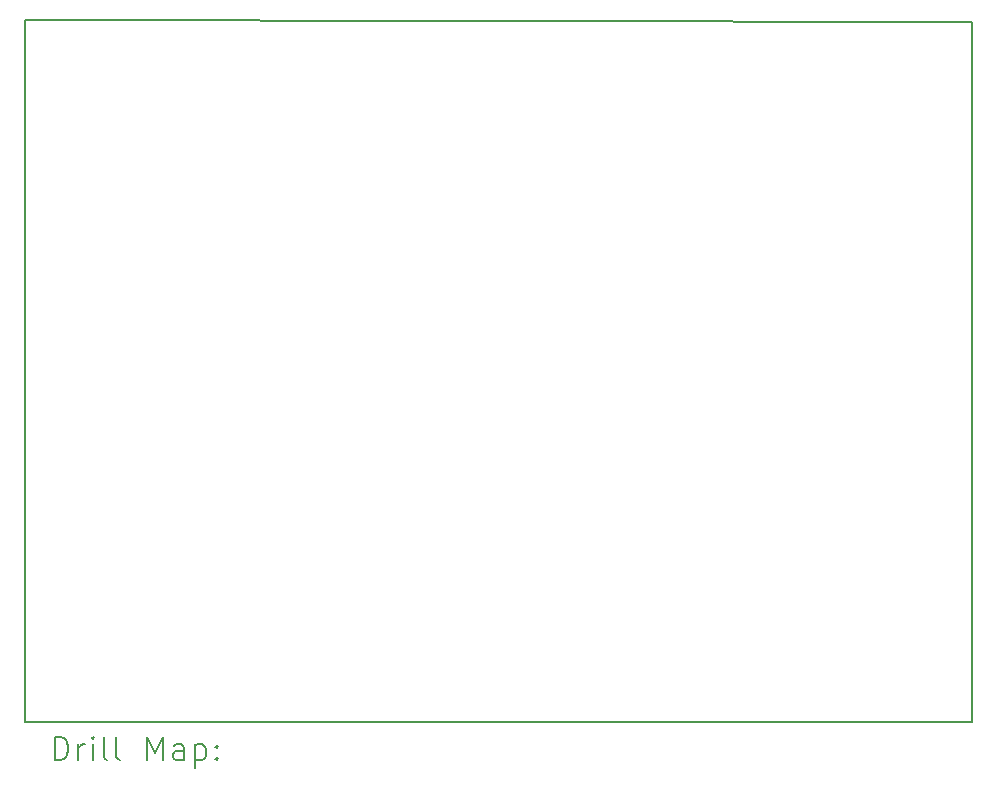
<source format=gbr>
%TF.GenerationSoftware,KiCad,Pcbnew,8.0.8*%
%TF.CreationDate,2025-05-09T16:41:32+03:00*%
%TF.ProjectId,Lick_Valves_final,4c69636b-5f56-4616-9c76-65735f66696e,rev?*%
%TF.SameCoordinates,Original*%
%TF.FileFunction,Drillmap*%
%TF.FilePolarity,Positive*%
%FSLAX45Y45*%
G04 Gerber Fmt 4.5, Leading zero omitted, Abs format (unit mm)*
G04 Created by KiCad (PCBNEW 8.0.8) date 2025-05-09 16:41:32*
%MOMM*%
%LPD*%
G01*
G04 APERTURE LIST*
%ADD10C,0.150000*%
%ADD11C,0.200000*%
G04 APERTURE END LIST*
D10*
X11019000Y-7995000D02*
X3001000Y-7979000D01*
X3001000Y-13926000D02*
X11025000Y-13930000D01*
X3001000Y-7979000D02*
X3001000Y-13926000D01*
X11025000Y-13930000D02*
X11019000Y-7995000D01*
D11*
X3254277Y-14248984D02*
X3254277Y-14048984D01*
X3254277Y-14048984D02*
X3301896Y-14048984D01*
X3301896Y-14048984D02*
X3330467Y-14058508D01*
X3330467Y-14058508D02*
X3349515Y-14077555D01*
X3349515Y-14077555D02*
X3359039Y-14096603D01*
X3359039Y-14096603D02*
X3368562Y-14134698D01*
X3368562Y-14134698D02*
X3368562Y-14163269D01*
X3368562Y-14163269D02*
X3359039Y-14201365D01*
X3359039Y-14201365D02*
X3349515Y-14220412D01*
X3349515Y-14220412D02*
X3330467Y-14239460D01*
X3330467Y-14239460D02*
X3301896Y-14248984D01*
X3301896Y-14248984D02*
X3254277Y-14248984D01*
X3454277Y-14248984D02*
X3454277Y-14115650D01*
X3454277Y-14153746D02*
X3463801Y-14134698D01*
X3463801Y-14134698D02*
X3473324Y-14125174D01*
X3473324Y-14125174D02*
X3492372Y-14115650D01*
X3492372Y-14115650D02*
X3511420Y-14115650D01*
X3578086Y-14248984D02*
X3578086Y-14115650D01*
X3578086Y-14048984D02*
X3568562Y-14058508D01*
X3568562Y-14058508D02*
X3578086Y-14068031D01*
X3578086Y-14068031D02*
X3587610Y-14058508D01*
X3587610Y-14058508D02*
X3578086Y-14048984D01*
X3578086Y-14048984D02*
X3578086Y-14068031D01*
X3701896Y-14248984D02*
X3682848Y-14239460D01*
X3682848Y-14239460D02*
X3673324Y-14220412D01*
X3673324Y-14220412D02*
X3673324Y-14048984D01*
X3806658Y-14248984D02*
X3787610Y-14239460D01*
X3787610Y-14239460D02*
X3778086Y-14220412D01*
X3778086Y-14220412D02*
X3778086Y-14048984D01*
X4035229Y-14248984D02*
X4035229Y-14048984D01*
X4035229Y-14048984D02*
X4101896Y-14191841D01*
X4101896Y-14191841D02*
X4168562Y-14048984D01*
X4168562Y-14048984D02*
X4168562Y-14248984D01*
X4349515Y-14248984D02*
X4349515Y-14144222D01*
X4349515Y-14144222D02*
X4339991Y-14125174D01*
X4339991Y-14125174D02*
X4320944Y-14115650D01*
X4320944Y-14115650D02*
X4282848Y-14115650D01*
X4282848Y-14115650D02*
X4263801Y-14125174D01*
X4349515Y-14239460D02*
X4330467Y-14248984D01*
X4330467Y-14248984D02*
X4282848Y-14248984D01*
X4282848Y-14248984D02*
X4263801Y-14239460D01*
X4263801Y-14239460D02*
X4254277Y-14220412D01*
X4254277Y-14220412D02*
X4254277Y-14201365D01*
X4254277Y-14201365D02*
X4263801Y-14182317D01*
X4263801Y-14182317D02*
X4282848Y-14172793D01*
X4282848Y-14172793D02*
X4330467Y-14172793D01*
X4330467Y-14172793D02*
X4349515Y-14163269D01*
X4444753Y-14115650D02*
X4444753Y-14315650D01*
X4444753Y-14125174D02*
X4463801Y-14115650D01*
X4463801Y-14115650D02*
X4501896Y-14115650D01*
X4501896Y-14115650D02*
X4520944Y-14125174D01*
X4520944Y-14125174D02*
X4530467Y-14134698D01*
X4530467Y-14134698D02*
X4539991Y-14153746D01*
X4539991Y-14153746D02*
X4539991Y-14210888D01*
X4539991Y-14210888D02*
X4530467Y-14229936D01*
X4530467Y-14229936D02*
X4520944Y-14239460D01*
X4520944Y-14239460D02*
X4501896Y-14248984D01*
X4501896Y-14248984D02*
X4463801Y-14248984D01*
X4463801Y-14248984D02*
X4444753Y-14239460D01*
X4625705Y-14229936D02*
X4635229Y-14239460D01*
X4635229Y-14239460D02*
X4625705Y-14248984D01*
X4625705Y-14248984D02*
X4616182Y-14239460D01*
X4616182Y-14239460D02*
X4625705Y-14229936D01*
X4625705Y-14229936D02*
X4625705Y-14248984D01*
X4625705Y-14125174D02*
X4635229Y-14134698D01*
X4635229Y-14134698D02*
X4625705Y-14144222D01*
X4625705Y-14144222D02*
X4616182Y-14134698D01*
X4616182Y-14134698D02*
X4625705Y-14125174D01*
X4625705Y-14125174D02*
X4625705Y-14144222D01*
M02*

</source>
